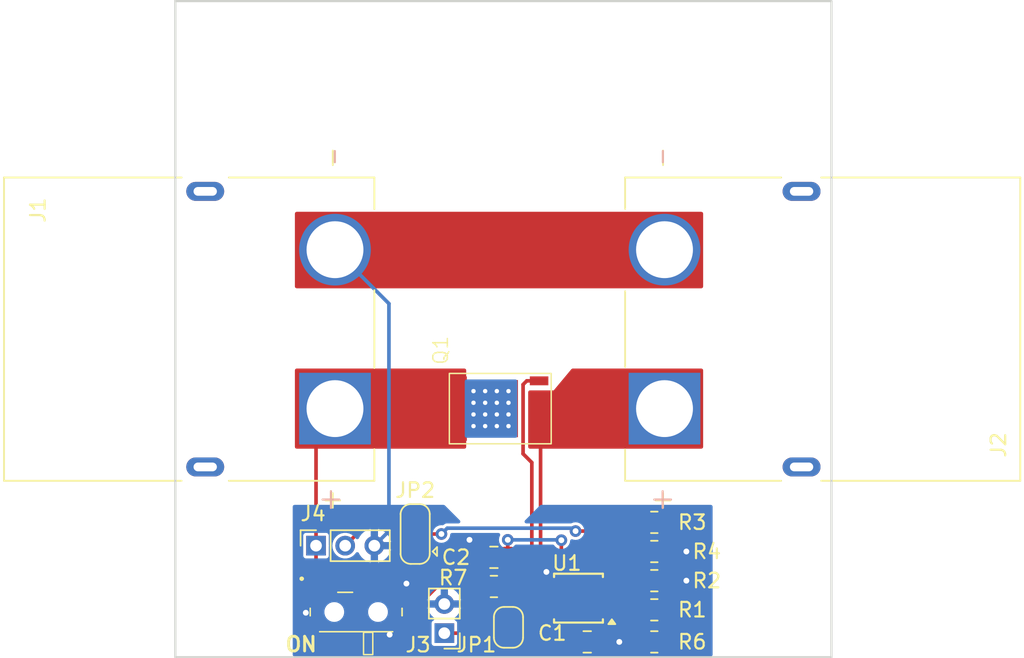
<source format=kicad_pcb>
(kicad_pcb (version 20221018) (generator pcbnew)
  (layers (0 "F.Cu" signal) (31 "B.Cu" signal) (34 "B.Paste" user) (35 "F.Paste" user) (36 "B.SilkS" user "B.Silkscreen") (37 "F.SilkS" user "F.Silkscreen") (38 "B.Mask" user) (39 "F.Mask" user) (44 "Edge.Cuts" user))
  (net 0 "")
  (net 1 "+BATT")
  (net 2 "GND")
  (net 3 "Net-(U1-TIMER)")
  (net 4 "Net-(J2-POS)")
  (net 5 "Net-(J3-Pin_1)")
  (net 6 "Net-(JP1-B)")
  (net 7 "Net-(Q1-G)")
  (net 8 "Net-(U1-OVP)")
  (net 9 "Net-(U1-UVLO)")
  (net 10 "Net-(J4-Pin_2)")
  (net 11 "Net-(U1-SENSE)")
  (net 12 "Net-(JP2-A)")
  (net 13 "Net-(JP2-C)")
  (footprint "Connector_PinHeader_2.00mm:PinHeader_1x02_P2.00mm_Vertical" (layer "F.Cu") (at 189 94.4 180)
    (fp_text reference "J3" (at 1.8 -0.8 180) (layer "F.SilkS"))
    (fp_text value "Conn_01x02_Pin" hide)
    (fp_line (start -1.06 -1.06) (end 0 -1.06) (stroke (width 0.12)) (layer "F.SilkS"))
    (fp_line (start -1.06 0) (end -1.06 -1.06) (stroke (width 0.12)) (layer "F.SilkS"))
    (fp_line (start -1.06 1) (end -1.06 3.06) (stroke (width 0.12)) (layer "F.SilkS"))
    (fp_line (start -1.06 1) (end 1.06 1) (stroke (width 0.12)) (layer "F.SilkS"))
    (fp_line (start -1.06 3.06) (end 1.06 3.06) (stroke (width 0.12)) (layer "F.SilkS"))
    (fp_line (start 1.06 1) (end 1.06 3.06) (stroke (width 0.12)) (layer "F.SilkS"))
    (pad "1" thru_hole rect (at 0 0 180) (size 1.35 1.35) (drill 0.8) (layers "*.Cu" "*.Mask") (net 5 "Net-(J3-Pin_1)"))
    (pad "2" thru_hole oval (at 0 2 180) (size 1.35 1.35) (drill 0.8) (layers "*.Cu" "*.Mask") (net 2 "GND"))
  )
  (footprint "Package_SO:MSOP-10_3x3mm_P0.5mm" (layer "F.Cu") (at 198.2 92 180)
    (fp_text reference "U1" (at 0.8 2.4) (layer "F.SilkS"))
    (fp_text value "LM5060")
    (fp_line (start -1.675 -1.675) (end -1.675 -1.45) (stroke (width 0.15)) (layer "F.SilkS"))
    (fp_line (start -1.675 -1.675) (end 1.675 -1.675) (stroke (width 0.15)) (layer "F.SilkS"))
    (fp_line (start -1.675 1.45) (end -1.675 1.675) (stroke (width 0.15)) (layer "F.SilkS"))
    (fp_line (start -1.675 1.675) (end 1.675 1.675) (stroke (width 0.15)) (layer "F.SilkS"))
    (fp_line (start 1.675 -1.675) (end 1.675 -1.45) (stroke (width 0.15)) (layer "F.SilkS"))
    (fp_line (start 1.675 1.675) (end 1.675 1.45) (stroke (width 0.15)) (layer "F.SilkS"))
    (fp_poly (pts (xy -2.2875 -1.45) (xy -2.5275 -1.78) (xy -2.0475 -1.78) (xy -2.2875 -1.45)) (stroke (width 0.12)) (fill solid) (layer "F.SilkS"))
    (pad "1" smd rect (at -2.2 -1 180) (size 1.4 0.3) (layers "F.Cu" "F.Paste" "F.Mask") (net 11 "Net-(U1-SENSE)"))
    (pad "2" smd rect (at -2.2 -0.5 180) (size 1.4 0.3) (layers "F.Cu" "F.Paste" "F.Mask") (net 1 "+BATT"))
    (pad "3" smd rect (at -2.2 0 180) (size 1.4 0.3) (layers "F.Cu" "F.Paste" "F.Mask") (net 8 "Net-(U1-OVP)"))
    (pad "4" smd rect (at -2.2 0.5 180) (size 1.4 0.3) (layers "F.Cu" "F.Paste" "F.Mask") (net 9 "Net-(U1-UVLO)"))
    (pad "5" smd rect (at -2.2 1 180) (size 1.4 0.3) (layers "F.Cu" "F.Paste" "F.Mask") (net 13 "Net-(JP2-C)"))
    (pad "6" smd rect (at 2.2 1 180) (size 1.4 0.3) (layers "F.Cu" "F.Paste" "F.Mask") (net 2 "GND"))
    (pad "7" smd rect (at 2.2 0.5 180) (size 1.4 0.3) (layers "F.Cu" "F.Paste" "F.Mask") (net 3 "Net-(U1-TIMER)"))
    (pad "8" smd rect (at 2.2 0 180) (size 1.4 0.3) (layers "F.Cu" "F.Paste" "F.Mask") (net 5 "Net-(J3-Pin_1)"))
    (pad "9" smd rect (at 2.2 -0.5 180) (size 1.4 0.3) (layers "F.Cu" "F.Paste" "F.Mask") (net 4 "Net-(J2-POS)"))
    (pad "10" smd rect (at 2.2 -1 180) (size 1.4 0.3) (layers "F.Cu" "F.Paste" "F.Mask") (net 7 "Net-(Q1-G)"))
  )
  (footprint "Components:PowerDI5060-8 (Type K)" (layer "F.Cu") (at 189.471 81.159 90)
    (fp_text reference "Q1" (at 6.159 -0.721 90 unlocked) (layer "F.SilkS") (effects (font (thickness 0.1))))
    (fp_text value "DMTH8003SPS-13" hide)
    (fp_rect (start -0.254 -0.127) (end 4.572 6.858) (stroke (width 0.1)) (fill none) (layer "F.SilkS"))
    (pad "1" smd rect locked (at 0.254 6.027 90) (size 0.61 1.27) (layers "F.Cu" "F.Paste" "F.Mask") (net 4 "Net-(J2-POS)"))
    (pad "2" smd rect locked (at 1.524 6.027 90) (size 0.61 1.27) (layers "F.Cu" "F.Paste" "F.Mask") (net 4 "Net-(J2-POS)"))
    (pad "3" smd rect locked (at 2.794 6.027 90) (size 0.61 1.27) (layers "F.Cu" "F.Paste" "F.Mask") (net 4 "Net-(J2-POS)"))
    (pad "4" smd rect locked (at 4.064 6.027 90) (size 0.61 1.27) (layers "F.Cu" "F.Paste" "F.Mask") (net 7 "Net-(Q1-G)"))
    (pad "5" smd custom locked (at 4.064 0.562 90) (size 0.61 1.02) (layers "F.Cu" "F.Paste" "F.Mask") (net 1 "+BATT") (options (clearance outline) (anchor rect)) (primitives (gr_rect (start -3.86 0.2) (end 0.05 4.01) (width 0.01) (fill yes))))
    (pad "6" smd rect locked (at 2.794 0.562 90) (size 0.61 1.02) (layers "F.Cu" "F.Paste" "F.Mask") (net 1 "+BATT"))
    (pad "7" smd rect locked (at 1.524 0.562 90) (size 0.61 1.02) (layers "F.Cu" "F.Paste" "F.Mask") (net 1 "+BATT"))
    (pad "8" smd rect locked (at 0.254 0.562 90) (size 0.61 1.02) (layers "F.Cu" "F.Paste" "F.Mask") (net 1 "+BATT"))
  )
  (footprint "Resistor_SMD:R_0805_2012Metric" (layer "F.Cu") (at 203.4 95 180)
    (fp_text reference "R6" (at -2.6 0) (layer "F.SilkS"))
    (fp_text value "75k")
    (fp_line (start -0.227064 -0.735) (end 0.227064 -0.735) (stroke (width 0.12)) (layer "F.SilkS"))
    (fp_line (start -0.227064 0.735) (end 0.227064 0.735) (stroke (width 0.12)) (layer "F.SilkS"))
    (pad "1" smd roundrect (at -0.9125 0 180) (size 1.025 1.4) (layers "F.Cu" "F.Paste" "F.Mask") (roundrect_rratio 0.243902439) (net 1 "+BATT"))
    (pad "2" smd roundrect (at 0.9125 0 180) (size 1.025 1.4) (layers "F.Cu" "F.Paste" "F.Mask") (roundrect_rratio 0.243902439) (net 11 "Net-(U1-SENSE)"))
  )
  (footprint "Capacitor_SMD:C_0805_2012Metric" (layer "F.Cu") (at 198.8 95)
    (fp_text reference "C1" (at -2.4 -0.6) (layer "F.SilkS"))
    (fp_text value "0.1u" hide)
    (fp_line (start -0.261252 -0.735) (end 0.261252 -0.735) (stroke (width 0.12)) (layer "F.SilkS"))
    (fp_line (start -0.261252 0.735) (end 0.261252 0.735) (stroke (width 0.12)) (layer "F.SilkS"))
    (pad "1" smd roundrect (at -0.95 0) (size 1 1.45) (layers "F.Cu" "F.Paste" "F.Mask") (net 1 "+BATT"))
    (pad "2" smd roundrect (at 0.95 0) (size 1 1.45) (layers "F.Cu" "F.Paste" "F.Mask") (net 2 "GND"))
  )
  (footprint "Capacitor_SMD:C_0805_2012Metric" (layer "F.Cu") (at 192.4 89.2 180)
    (fp_text reference "C2" (at 2.6 0) (layer "F.SilkS"))
    (fp_text value "68nF" hide)
    (fp_line (start -0.261252 -0.735) (end 0.261252 -0.735) (stroke (width 0.12)) (layer "F.SilkS"))
    (fp_line (start -0.261252 0.735) (end 0.261252 0.735) (stroke (width 0.12)) (layer "F.SilkS"))
    (pad "1" smd roundrect (at -0.95 0 180) (size 1 1.45) (layers "F.Cu" "F.Paste" "F.Mask") (net 3 "Net-(U1-TIMER)"))
    (pad "2" smd roundrect (at 0.95 0 180) (size 1 1.45) (layers "F.Cu" "F.Paste" "F.Mask") (net 2 "GND"))
  )
  (footprint "MountingHole:MountingHole_2.2mm_M2" (layer "F.Cu") (at 192.25 84.25)
    (fp_text reference "REF**" hide)
    (fp_text value "MountingHole_2.2mm_M2" hide)
    (pad "" np_thru_hole circle (at 0 0) (size 2.2 2.2) (drill 2.2) (layers "*.Cu" "*.Mask"))
  )
  (footprint "MountingHole:MountingHole_3.2mm_M3" (layer "F.Cu") (at 174.5 92)
    (fp_text reference "REF**" hide)
    (fp_text value "MountingHole_3.2mm_M3" hide)
    (pad "" np_thru_hole circle (at 0 0) (size 3.2 3.2) (drill 3.2) (layers "F&B.Cu" "*.Mask"))
  )
  (footprint "Jumper:SolderJumper-3_P1.3mm_Bridged12_RoundedPad1.0x1.5mm" (layer "F.Cu") (at 187 87.6 90)
    (fp_text reference "JP2" (at 3 0) (layer "F.SilkS"))
    (fp_text value "Jumper_3_Bridged12" hide)
    (fp_poly (pts (xy -0.9 -0.3) (xy -0.4 -0.3) (xy -0.4 0.3) (xy -0.9 0.3)) (fill solid) (layer "F.Cu"))
    (fp_line (start -2.05 0.3) (end -2.05 -0.3) (stroke (width 0.12)) (layer "F.SilkS"))
    (fp_line (start -1.5 1.5) (end -0.9 1.5) (stroke (width 0.12)) (layer "F.SilkS"))
    (fp_line (start -1.4 -1) (end 1.4 -1) (stroke (width 0.12)) (layer "F.SilkS"))
    (fp_line (start -1.2 1.2) (end -1.5 1.5) (stroke (width 0.12)) (layer "F.SilkS"))
    (fp_line (start -1.2 1.2) (end -0.9 1.5) (stroke (width 0.12)) (layer "F.SilkS"))
    (fp_line (start 1.4 1) (end -1.4 1) (stroke (width 0.12)) (layer "F.SilkS"))
    (fp_line (start 2.05 -0.3) (end 2.05 0.3) (stroke (width 0.12)) (layer "F.SilkS"))
    (fp_arc (start -2.05 -0.3) (mid -1.844975 -0.794975) (end -1.35 -1) (stroke (width 0.12)) (layer "F.SilkS"))
    (fp_arc (start -1.35 1) (mid -1.844975 0.794975) (end -2.05 0.3) (stroke (width 0.12)) (layer "F.SilkS"))
    (fp_arc (start 1.35 -1) (mid 1.844975 -0.794975) (end 2.05 -0.3) (stroke (width 0.12)) (layer "F.SilkS"))
    (fp_arc (start 2.05 0.3) (mid 1.844975 0.794975) (end 1.35 1) (stroke (width 0.12)) (layer "F.SilkS"))
    (pad "1" smd custom (at -1.3 0 90) (size 1 0.5) (layers "F.Cu" "F.Mask") (net 12 "Net-(JP2-A)") (options (clearance outline) (anchor rect)) (primitives (gr_circle (center 0 0.25) (end 0.5 0.25) (width 0) (fill yes)) (gr_circle (center 0 -0.25) (end 0.5 -0.25) (width 0) (fill yes)) (gr_poly (pts (xy 0.55 0.75) (xy 0 0.75) (xy 0 -0.75) (xy 0.55 -0.75)) (width 0) (fill yes))))
    (pad "2" smd rect (at 0 0 90) (size 1 1.5) (layers "F.Cu" "F.Mask") (net 13 "Net-(JP2-C)"))
    (pad "3" smd custom (at 1.3 0 90) (size 1 0.5) (layers "F.Cu" "F.Mask") (net 10 "Net-(J4-Pin_2)") (options (clearance outline) (anchor rect)) (primitives (gr_circle (center 0 0.25) (end 0.5 0.25) (width 0) (fill yes)) (gr_circle (center 0 -0.25) (end 0.5 -0.25) (width 0) (fill yes)) (gr_poly (pts (xy 0 0.75) (xy -0.55 0.75) (xy -0.55 -0.75) (xy 0 -0.75)) (width 0) (fill yes))))
  )
  (footprint "MountingHole:MountingHole_3.2mm_M3" (layer "F.Cu") (at 211.5 92)
    (fp_text reference "REF**" hide)
    (fp_text value "MountingHole_3.2mm_M3" hide)
    (pad "" np_thru_hole circle (at 0 0) (size 3.2 3.2) (drill 3.2) (layers "*.Cu" "*.Mask"))
  )
  (footprint "Jumper:SolderJumper-2_P1.3mm_Bridged_RoundedPad1.0x1.5mm" (layer "F.Cu") (at 193.4 94 90)
    (fp_text reference "JP1" (at -1.2 -2.2 180) (layer "F.SilkS"))
    (fp_text value "SolderJumper_2_Bridged" hide)
    (fp_poly (pts (xy 0.25 -0.3) (xy -0.25 -0.3) (xy -0.25 0.3) (xy 0.25 0.3)) (fill solid) (layer "F.Cu"))
    (fp_line (start -1.4 0.3) (end -1.4 -0.3) (stroke (width 0.12)) (layer "F.SilkS"))
    (fp_line (start -0.7 -1) (end 0.7 -1) (stroke (width 0.12)) (layer "F.SilkS"))
    (fp_line (start 0.7 1) (end -0.7 1) (stroke (width 0.12)) (layer "F.SilkS"))
    (fp_line (start 1.4 -0.3) (end 1.4 0.3) (stroke (width 0.12)) (layer "F.SilkS"))
    (fp_arc (start -1.4 -0.3) (mid -1.194975 -0.794975) (end -0.7 -1) (stroke (width 0.12)) (layer "F.SilkS"))
    (fp_arc (start -0.7 1) (mid -1.194975 0.794975) (end -1.4 0.3) (stroke (width 0.12)) (layer "F.SilkS"))
    (fp_arc (start 0.7 -1) (mid 1.194975 -0.794975) (end 1.4 -0.3) (stroke (width 0.12)) (layer "F.SilkS"))
    (fp_arc (start 1.4 0.3) (mid 1.194975 0.794975) (end 0.7 1) (stroke (width 0.12)) (layer "F.SilkS"))
    (pad "1" smd custom (at -0.65 0 90) (size 1 0.5) (layers "F.Cu" "F.Mask") (net 5 "Net-(J3-Pin_1)") (options (clearance outline) (anchor rect)) (primitives (gr_circle (center 0 0.25) (end 0.5 0.25) (width 0) (fill yes)) (gr_circle (center 0 -0.25) (end 0.5 -0.25) (width 0) (fill yes)) (gr_poly (pts (xy 0.5 0.75) (xy 0 0.75) (xy 0 -0.75) (xy 0.5 -0.75)) (width 0) (fill yes))))
    (pad "2" smd custom (at 0.65 0 90) (size 1 0.5) (layers "F.Cu" "F.Mask") (net 6 "Net-(JP1-B)") (options (clearance outline) (anchor rect)) (primitives (gr_circle (center 0 0.25) (end 0.5 0.25) (width 0) (fill yes)) (gr_circle (center 0 -0.25) (end 0.5 -0.25) (width 0) (fill yes)) (gr_poly (pts (xy 0 0.75) (xy -0.5 0.75) (xy -0.5 -0.75) (xy 0 -0.75)) (width 0) (fill yes))))
  )
  (footprint "MountingHole:MountingHole_3.2mm_M3" (layer "F.Cu") (at 211.5 55)
    (fp_text reference "REF**" hide)
    (fp_text value "MountingHole_3.2mm_M3" hide)
    (pad "" np_thru_hole circle (at 0 0) (size 3.2 3.2) (drill 3.2) (layers "F&B.Cu" "*.Mask"))
  )
  (footprint "MountingHole:MountingHole_2.2mm_M2" (layer "F.Cu") (at 192.25 73.5)
    (fp_text reference "REF**" hide)
    (fp_text value "MountingHole_2.2mm_M2" hide)
    (pad "" np_thru_hole circle (at 0 0) (size 2.2 2.2) (drill 2.2) (layers "F&B.Cu" "*.Mask"))
  )
  (footprint "Resistor_SMD:R_0805_2012Metric" (layer "F.Cu") (at 203.4 92.8 180)
    (fp_text reference "R1" (at -2.6 0) (layer "F.SilkS"))
    (fp_text value "R" hide)
    (fp_line (start -0.227064 -0.735) (end 0.227064 -0.735) (stroke (width 0.12)) (layer "F.SilkS"))
    (fp_line (start -0.227064 0.735) (end 0.227064 0.735) (stroke (width 0.12)) (layer "F.SilkS"))
    (pad "1" smd roundrect (at -0.9125 0 180) (size 1.025 1.4) (layers "F.Cu" "F.Paste" "F.Mask") (roundrect_rratio 0.243902439) (net 1 "+BATT"))
    (pad "2" smd roundrect (at 0.9125 0 180) (size 1.025 1.4) (layers "F.Cu" "F.Paste" "F.Mask") (roundrect_rratio 0.243902439) (net 8 "Net-(U1-OVP)"))
  )
  (footprint "Resistor_SMD:R_0805_2012Metric" (layer "F.Cu") (at 192.4 91.2)
    (fp_text reference "R7" (at -2.8 -0.6) (layer "F.SilkS"))
    (fp_text value "10k")
    (fp_line (start -0.227064 -0.735) (end 0.227064 -0.735) (stroke (width 0.12)) (layer "F.SilkS"))
    (fp_line (start -0.227064 0.735) (end 0.227064 0.735) (stroke (width 0.12)) (layer "F.SilkS"))
    (pad "1" smd roundrect (at -0.9125 0) (size 1.025 1.4) (layers "F.Cu" "F.Paste" "F.Mask") (roundrect_rratio 0.243902439) (net 1 "+BATT"))
    (pad "2" smd roundrect (at 0.9125 0) (size 1.025 1.4) (layers "F.Cu" "F.Paste" "F.Mask") (roundrect_rratio 0.243902439) (net 6 "Net-(JP1-B)"))
  )
  (footprint "Resistor_SMD:R_0805_2012Metric" (layer "F.Cu") (at 203.4 86.8 180)
    (fp_text reference "R3" (at -2.6 0) (layer "F.SilkS"))
    (fp_text value "R" hide)
    (fp_line (start -0.227064 -0.735) (end 0.227064 -0.735) (stroke (width 0.12)) (layer "F.SilkS"))
    (fp_line (start -0.227064 0.735) (end 0.227064 0.735) (stroke (width 0.12)) (layer "F.SilkS"))
    (pad "1" smd roundrect (at -0.9125 0 180) (size 1.025 1.4) (layers "F.Cu" "F.Paste" "F.Mask") (roundrect_rratio 0.243902439) (net 1 "+BATT"))
    (pad "2" smd roundrect (at 0.9125 0 180) (size 1.025 1.4) (layers "F.Cu" "F.Paste" "F.Mask") (roundrect_rratio 0.243902439) (net 9 "Net-(U1-UVLO)"))
  )
  (footprint "Resistor_SMD:R_0805_2012Metric" (layer "F.Cu") (at 203.4 90.8)
    (fp_text reference "R2" (at 3.6 0) (layer "F.SilkS"))
    (fp_text value "R" hide)
    (fp_line (start -0.227064 -0.735) (end 0.227064 -0.735) (stroke (width 0.12)) (layer "F.SilkS"))
    (fp_line (start -0.227064 0.735) (end 0.227064 0.735) (stroke (width 0.12)) (layer "F.SilkS"))
    (pad "1" smd roundrect (at -0.9125 0) (size 1.025 1.4) (layers "F.Cu" "F.Paste" "F.Mask") (roundrect_rratio 0.243902439) (net 8 "Net-(U1-OVP)"))
    (pad "2" smd roundrect (at 0.9125 0) (size 1.025 1.4) (layers "F.Cu" "F.Paste" "F.Mask") (roundrect_rratio 0.243902439) (net 2 "GND"))
  )
  (footprint "XT90PW-F:AMASS_XT90PW-F" (layer "F.Cu") (at 172.6 73.55 -90)
    (fp_text reference "J1" (at -8.1585 11.47 90) (layer "F.SilkS"))
    (fp_text value "XT90PW-F")
    (fp_line (start -11.25 -8.75) (end -12.25 -8.75) (stroke (width 0.127)) (layer "F.SilkS"))
    (fp_line (start -10.4 -11.6) (end -10.4 -1.62) (stroke (width 0.127)) (layer "F.SilkS"))
    (fp_line (start -10.4 -11.6) (end -8.228 -11.6) (stroke (width 0.127)) (layer "F.SilkS"))
    (fp_line (start -10.4 13.8) (end -10.4 1.62) (stroke (width 0.127)) (layer "F.SilkS"))
    (fp_line (start 2.672 -11.6) (end -2.672 -11.6) (stroke (width 0.127)) (layer "F.SilkS"))
    (fp_line (start 8.228 -11.6) (end 10.4 -11.6) (stroke (width 0.127)) (layer "F.SilkS"))
    (fp_line (start 10.4 -11.6) (end 10.4 -1.62) (stroke (width 0.127)) (layer "F.SilkS"))
    (fp_line (start 10.4 1.62) (end 10.4 13.8) (stroke (width 0.127)) (layer "F.SilkS"))
    (fp_line (start 10.4 13.8) (end -10.4 13.8) (stroke (width 0.127)) (layer "F.SilkS"))
    (fp_line (start 11.25 -8.75) (end 12.25 -8.75) (stroke (width 0.127)) (layer "F.SilkS"))
    (fp_line (start 11.75 -8.25) (end 11.75 -9.25) (stroke (width 0.127)) (layer "F.SilkS"))
    (pad "N" thru_hole circle locked (at -5.45 -8.9 270) (size 4.916 4.916) (drill 3.9) (layers "*.Cu" "*.Mask") (net 2 "GND"))
    (pad "P" thru_hole rect locked (at 5.45 -8.9 270) (size 4.916 4.916) (drill 3.9) (layers "*.Cu" "*.Mask") (net 1 "+BATT"))
    (pad "S1" thru_hole oval locked (at 9.45 0 270) (size 1.3 2.6) (drill oval 0.6 1.6) (layers "*.Cu" "*.Mask"))
    (pad "S2" thru_hole oval locked (at -9.45 0 270) (size 1.3 2.6) (drill oval 0.6 1.6) (layers "*.Cu" "*.Mask"))
  )
  (footprint "MountingHole:MountingHole_3.2mm_M3" (layer "F.Cu") (at 174.5 55)
    (fp_text reference "REF**" hide)
    (fp_text value "MountingHole_3.2mm_M3" hide)
    (pad "" np_thru_hole circle (at 0 0) (size 3.2 3.2) (drill 3.2) (layers "F&B.Cu" "*.Mask"))
  )
  (footprint "LIB_MSK12C02:MSK12C02" (layer "F.Cu") (at 182.95 92.95)
    (fp_text reference "SW1" hide)
    (fp_text value "MSK12C02" hide)
    (fp_line (start -3.783 -2.286) (end -3.783 -2.286) (stroke (width 0.2)) (layer "F.SilkS"))
    (fp_line (start -3.783 -2.286) (end -3.783 -2.286) (stroke (width 0.2)) (layer "F.SilkS"))
    (fp_line (start -3.683 -2.286) (end -3.683 -2.286) (stroke (width 0.2)) (layer "F.SilkS"))
    (fp_line (start -3.15 -0.25) (end -3.15 -0.25) (stroke (width 0.1)) (layer "F.SilkS"))
    (fp_line (start -3.15 -0.25) (end -3.15 0.25) (stroke (width 0.1)) (layer "F.SilkS"))
    (fp_line (start -3.15 0.25) (end -3.15 -0.25) (stroke (width 0.1)) (layer "F.SilkS"))
    (fp_line (start -3.15 0.25) (end -3.15 0.25) (stroke (width 0.1)) (layer "F.SilkS"))
    (fp_line (start -2.5 1.35) (end -2.5 1.35) (stroke (width 0.1)) (layer "F.SilkS"))
    (fp_line (start -2.5 1.35) (end 2.5 1.35) (stroke (width 0.1)) (layer "F.SilkS"))
    (fp_line (start -1.25 -1.35) (end -1.25 -1.35) (stroke (width 0.1)) (layer "F.SilkS"))
    (fp_line (start -1.25 -1.35) (end -0.25 -1.35) (stroke (width 0.1)) (layer "F.SilkS"))
    (fp_line (start -0.25 -1.35) (end -1.25 -1.35) (stroke (width 0.1)) (layer "F.SilkS"))
    (fp_line (start -0.25 -1.35) (end -0.25 -1.35) (stroke (width 0.1)) (layer "F.SilkS"))
    (fp_line (start 2.5 1.35) (end -2.5 1.35) (stroke (width 0.1)) (layer "F.SilkS"))
    (fp_line (start 2.5 1.35) (end 2.5 1.35) (stroke (width 0.1)) (layer "F.SilkS"))
    (fp_line (start 3.15 -0.25) (end 3.15 -0.25) (stroke (width 0.1)) (layer "F.SilkS"))
    (fp_line (start 3.15 -0.25) (end 3.15 0.25) (stroke (width 0.1)) (layer "F.SilkS"))
    (fp_line (start 3.15 0.25) (end 3.15 -0.25) (stroke (width 0.1)) (layer "F.SilkS"))
    (fp_line (start 3.15 0.25) (end 3.15 0.25) (stroke (width 0.1)) (layer "F.SilkS"))
    (fp_rect (start 0.508 1.397) (end 1.143 2.921) (stroke (width 0.1)) (fill none) (layer "F.SilkS"))
    (fp_arc (start -3.783 -2.286) (mid -3.733 -2.336) (end -3.683 -2.286) (stroke (width 0.2)) (layer "F.SilkS"))
    (fp_arc (start -3.683 -2.286) (mid -3.733 -2.236) (end -3.783 -2.286) (stroke (width 0.2)) (layer "F.SilkS"))
    (fp_arc (start -3.683 -2.286) (mid -3.733 -2.236) (end -3.783 -2.286) (stroke (width 0.2)) (layer "F.SilkS"))
    (pad "" np_thru_hole circle (at -1.5 0) (size 0.85 0.85) (drill 0.85) (layers "*.Cu" "*.Mask"))
    (pad "" np_thru_hole circle (at 1.5 0) (size 0.85 0.85) (drill 0.85) (layers "*.Cu" "*.Mask"))
    (pad "1" smd rect (at -2.25 -1.85) (size 0.5 1) (layers "F.Cu" "F.Paste" "F.Mask") (net 1 "+BATT"))
    (pad "2" smd rect (at 0.75 -1.85) (size 0.5 1) (layers "F.Cu" "F.Paste" "F.Mask") (net 12 "Net-(JP2-A)"))
    (pad "3" smd rect (at 2.25 -1.85) (size 0.5 1) (layers "F.Cu" "F.Paste" "F.Mask") (net 2 "GND"))
    (pad "4" smd rect (at -3.45 -1.05 90) (size 0.5 0.8) (layers "F.Cu" "F.Paste" "F.Mask") (net 2 "GND"))
    (pad "4" smd rect (at -3.45 1.05 90) (size 0.5 0.8) (layers "F.Cu" "F.Paste" "F.Mask") (net 2 "GND"))
    (pad "4" smd rect (at 3.45 -1.05 90) (size 0.5 0.8) (layers "F.Cu" "F.Paste" "F.Mask") (net 2 "GND"))
    (pad "4" smd rect (at 3.45 1.05 90) (size 0.5 0.8) (layers "F.Cu" "F.Paste" "F.Mask") (net 2 "GND"))
  )
  (footprint "Connector_PinSocket_2.00mm:PinSocket_1x03_P2.00mm_Vertical" (layer "F.Cu") (at 180.2 88.4 90)
    (fp_text reference "J4" (at 2.2 -0.2 180) (layer "F.SilkS"))
    (fp_text value "Conn_01x03_Socket" hide)
    (fp_line (start -1.06 1) (end -1.06 5.06) (stroke (width 0.12)) (layer "F.SilkS"))
    (fp_line (start -1.06 1) (end 1.06 1) (stroke (width 0.12)) (layer "F.SilkS"))
    (fp_line (start -1.06 5.06) (end 1.06 5.06) (stroke (width 0.12)) (layer "F.SilkS"))
    (fp_line (start 0 -1.06) (end 1.06 -1.06) (stroke (width 0.12)) (layer "F.SilkS"))
    (fp_line (start 1.06 -1.06) (end 1.06 0) (stroke (width 0.12)) (layer "F.SilkS"))
    (fp_line (start 1.06 1) (end 1.06 5.06) (stroke (width 0.12)) (layer "F.SilkS"))
    (pad "1" thru_hole rect (at 0 0 90) (size 1.35 1.35) (drill 0.8) (layers "*.Cu" "*.Mask") (net 1 "+BATT"))
    (pad "2" thru_hole oval (at 0 2 90) (size 1.35 1.35) (drill 0.8) (layers "*.Cu" "*.Mask") (net 10 "Net-(J4-Pin_2)"))
    (pad "3" thru_hole oval (at 0 4 90) (size 1.35 1.35) (drill 0.8) (layers "*.Cu" "*.Mask") (net 2 "GND"))
  )
  (footprint "XT90PW-M:AMASS_XT90PW-M" (layer "F.Cu") (at 213.5 73.55 90)
    (fp_text reference "J2" (at -7.9385 13.51 90) (layer "F.SilkS"))
    (fp_text value "XT90PW-M")
    (fp_line (start -11.75 -9) (end -11.75 -10) (stroke (width 0.127)) (layer "F.SilkS"))
    (fp_line (start -11.25 -9.5) (end -12.25 -9.5) (stroke (width 0.127)) (layer "F.SilkS"))
    (fp_line (start -10.4 -12.1) (end -10.4 -1.4) (stroke (width 0.127)) (layer "F.SilkS"))
    (fp_line (start -10.4 1.35) (end -10.4 15) (stroke (width 0.127)) (layer "F.SilkS"))
    (fp_line (start -10.4 15) (end 10.4 15) (stroke (width 0.127)) (layer "F.SilkS"))
    (fp_line (start -8.25 -12.1) (end -10.4 -12.1) (stroke (width 0.127)) (layer "F.SilkS"))
    (fp_line (start -2.6 -12.1) (end 2.6 -12.1) (stroke (width 0.127)) (layer "F.SilkS"))
    (fp_line (start 10.4 -12.1) (end 8.25 -12.1) (stroke (width 0.127)) (layer "F.SilkS"))
    (fp_line (start 10.4 -1.4) (end 10.4 -12.1) (stroke (width 0.127)) (layer "F.SilkS"))
    (fp_line (start 10.4 15) (end 10.4 1.35) (stroke (width 0.127)) (layer "F.SilkS"))
    (fp_line (start 11.25 -9.5) (end 12.25 -9.5) (stroke (width 0.127)) (layer "F.SilkS"))
    (pad "N" thru_hole circle locked (at 5.45 -9.4 90) (size 4.916 4.916) (drill 3.9) (layers "*.Cu" "*.Mask") (net 2 "GND"))
    (pad "P" thru_hole rect locked (at -5.45 -9.4 90) (size 4.916 4.916) (drill 3.9) (layers "*.Cu" "*.Mask") (net 4 "Net-(J2-POS)"))
    (pad "S1" thru_hole oval locked (at -9.45 0 90) (size 1.3 2.6) (drill oval 0.6 1.6) (layers "*.Cu" "*.Mask"))
    (pad "S2" thru_hole oval locked (at 9.45 0 90) (size 1.3 2.6) (drill oval 0.6 1.6) (layers "*.Cu" "*.Mask"))
  )
  (footprint "Resistor_SMD:R_0805_2012Metric" (layer "F.Cu") (at 203.4 88.8)
    (fp_text reference "R4" (at 3.6 0) (layer "F.SilkS"))
    (fp_text value "R" hide)
    (fp_line (start -0.227064 -0.735) (end 0.227064 -0.735) (stroke (width 0.12)) (layer "F.SilkS"))
    (fp_line (start -0.227064 0.735) (end 0.227064 0.735) (stroke (width 0.12)) (layer "F.SilkS"))
    (pad "1" smd roundrect (at -0.9125 0) (size 1.025 1.4) (layers "F.Cu" "F.Paste" "F.Mask") (roundrect_rratio 0.243902439) (net 9 "Net-(U1-UVLO)"))
    (pad "2" smd roundrect (at 0.9125 0) (size 1.025 1.4) (layers "F.Cu" "F.Paste" "F.Mask") (roundrect_rratio 0.243902439) (net 2 "GND"))
  )
  (gr_rect (start 170.55 51.05) (end 215.55 96.05) (stroke (width 0.15)) (fill none) (layer "Edge.Cuts"))
  (gr_text "-" (at 204.5 61 90) (layer "B.SilkS") (effects (font (size 1 1)) (justify left bottom mirror)))
  (gr_text "+" (at 205 86) (layer "B.SilkS") (effects (font (size 1.5 1.5)) (justify left bottom mirror)))
  (gr_text "-" (at 182 61 90) (layer "B.SilkS") (effects (font (size 1 1)) (justify left bottom mirror)))
  (gr_text "+" (at 182.25 86) (layer "B.SilkS") (effects (font (size 1.5 1.5)) (justify left bottom mirror)))
  (gr_text "ON" (at 178 95.75) (layer "F.SilkS") (effects (font (size 1 1) (thickness 0.2) bold) (justify left bottom)))
  (segment (start 180.25 91.55) (end 180.25 93.75) (width 0.25) (layer "F.Cu") (net 1))
  (segment (start 186.9625 92.75) (end 188.5125 91.2) (width 0.25) (layer "F.Cu") (net 1))
  (segment (start 206.4 87.8) (end 206.4 91.6) (width 0.25) (layer "F.Cu") (net 1))
  (segment (start 204.3125 92.8) (end 204.3125 94) (width 0.25) (layer "F.Cu") (net 1))
  (segment (start 206.4 91.6) (end 205.2 92.8) (width 0.25) (layer "F.Cu") (net 1))
  (segment (start 188.5125 91.2) (end 191.4875 91.2) (width 0.25) (layer "F.Cu") (net 1))
  (segment (start 180.25 93.75) (end 182 95.5) (width 0.25) (layer "F.Cu") (net 1))
  (segment (start 200.4 92.5) (end 201.4 92.5) (width 0.25) (layer "F.Cu") (net 1))
  (segment (start 201.65 93.4951) (end 202.1299 93.975) (width 0.25) (layer "F.Cu") (net 1))
  (segment (start 197.85 94.05) (end 199.4 92.5) (width 0.25) (layer "F.Cu") (net 1))
  (segment (start 205.2 92.8) (end 204.3125 92.8) (width 0.25) (layer "F.Cu") (net 1))
  (segment (start 180.7 91.1) (end 180.2 90.6) (width 0.25) (layer "F.Cu") (net 1))
  (segment (start 185.8625 92.75) (end 186.9625 92.75) (width 0.25) (layer "F.Cu") (net 1))
  (segment (start 181.5 79) (end 180.2 80.3) (width 0.25) (layer "F.Cu") (net 1))
  (segment (start 180.2 90.6) (end 180.2 88.4) (width 0.25) (layer "F.Cu") (net 1))
  (segment (start 205.4 86.8) (end 206.4 87.8) (width 0.25) (layer "F.Cu") (net 1))
  (segment (start 180.2 80.3) (end 180.2 88.4) (width 0.25) (layer "F.Cu") (net 1))
  (segment (start 181.275 91.925) (end 185.0375 91.925) (width 0.25) (layer "F.Cu") (net 1))
  (segment (start 197.85 95) (end 197.85 94.05) (width 0.25) (layer "F.Cu") (net 1))
  (segment (start 201.65 92.75) (end 201.65 93.4951) (width 0.25) (layer "F.Cu") (net 1))
  (segment (start 180.7 91.35) (end 181.275 91.925) (width 0.25) (layer "F.Cu") (net 1))
  (segment (start 182 95.5) (end 197.35 95.5) (width 0.25) (layer "F.Cu") (net 1))
  (segment (start 199.4 92.5) (end 200.4 92.5) (width 0.25) (layer "F.Cu") (net 1))
  (segment (start 202.1299 93.975) (end 204.2875 93.975) (width 0.25) (layer "F.Cu") (net 1))
  (segment (start 204.2875 93.975) (end 204.3125 94) (width 0.25) (layer "F.Cu") (net 1))
  (segment (start 204.3125 94) (end 204.3125 95) (width 0.25) (layer "F.Cu") (net 1))
  (segment (start 197.35 95.5) (end 197.85 95) (width 0.25) (layer "F.Cu") (net 1))
  (segment (start 201.4 92.5) (end 201.65 92.75) (width 0.25) (layer "F.Cu") (net 1))
  (segment (start 204.3125 86.8) (end 205.4 86.8) (width 0.25) (layer "F.Cu") (net 1))
  (segment (start 180.7 91.1) (end 180.7 91.35) (width 0.25) (layer "F.Cu") (net 1))
  (segment (start 185.0375 91.925) (end 185.8625 92.75) (width 0.25) (layer "F.Cu") (net 1))
  (segment (start 180.7 91.1) (end 180.25 91.55) (width 0.25) (layer "F.Cu") (net 1))
  (via (at 191.8 78.6) (size 0.6) (drill 0.3) (layers "F.Cu" "B.Cu") (net 1))
  (via (at 193.4 80.2) (size 0.6) (drill 0.3) (layers "F.Cu" "B.Cu") (net 1))
  (via (at 191 80.2) (size 0.6) (drill 0.3) (layers "F.Cu" "B.Cu") (net 1))
  (via (at 191.8 77.8) (size 0.6) (drill 0.3) (layers "F.Cu" "B.Cu") (net 1))
  (via (at 191.8 80.2) (size 0.6) (drill 0.3) (layers "F.Cu" "B.Cu") (net 1))
  (via (at 191 79.4) (size 0.6) (drill 0.3) (layers "F.Cu" "B.Cu") (net 1))
  (via (at 192.6 79.4) (size 0.6) (drill 0.3) (layers "F.Cu" "B.Cu") (net 1))
  (via (at 192.6 77.8) (size 0.6) (drill 0.3) (layers "F.Cu" "B.Cu") (net 1))
  (via (at 192.6 78.6) (size 0.6) (drill 0.3) (layers "F.Cu" "B.Cu") (net 1))
  (via (at 191 78.6) (size 0.6) (drill 0.3) (layers "F.Cu" "B.Cu") (net 1))
  (via (at 193.4 79.4) (size 0.6) (drill 0.3) (layers "F.Cu" "B.Cu") (net 1))
  (via (at 193.4 78.6) (size 0.6) (drill 0.3) (layers "F.Cu" "B.Cu") (net 1))
  (via (at 193.4 77.8) (size 0.6) (drill 0.3) (layers "F.Cu" "B.Cu") (net 1))
  (via (at 192.6 80.2) (size 0.6) (drill 0.3) (layers "F.Cu" "B.Cu") (net 1))
  (via (at 191.8 79.4) (size 0.6) (drill 0.3) (layers "F.Cu" "B.Cu") (net 1))
  (via (at 191 77.8) (size 0.6) (drill 0.3) (layers "F.Cu" "B.Cu") (net 1))
  (segment (start 179.5 93) (end 179.5 91.9) (width 0.25) (layer "F.Cu") (net 2))
  (segment (start 196 91) (end 196 90.2) (width 0.25) (layer "F.Cu") (net 2))
  (segment (start 179.5 94) (end 179.5 93) (width 0.25) (layer "F.Cu") (net 2))
  (segment (start 190.7245 88) (end 191.45 88.7255) (width 0.25) (layer "F.Cu") (net 2))
  (segment (start 186.4 94) (end 185.75 94) (width 0.25) (layer "F.Cu") (net 2))
  (segment (start 186.4 91) (end 185.3 91) (width 0.25) (layer "F.Cu") (net 2))
  (segment (start 191.45 88.7255) (end 191.45 89.2) (width 0.25) (layer "F.Cu") (net 2))
  (segment (start 186.4 91) (end 186.4 91.9) (width 0.25) (layer "F.Cu") (net 2))
  (segment (start 204.3125 88.8) (end 205.6 88.8) (width 0.25) (layer "F.Cu") (net 2))
  (segment (start 185.3 91) (end 185.2 91.1) (width 0.25) (layer "F.Cu") (net 2))
  (segment (start 204.3125 90.8) (end 205.6 90.8) (width 0.25) (layer "F.Cu") (net 2))
  (segment (start 185.75 94) (end 185.25 94.5) (width 0.25) (layer "F.Cu") (net 2))
  (segment (start 199.75 95) (end 201 95) (width 0.25) (layer "F.Cu") (net 2))
  (via (at 190.7245 88) (size 0.8) (drill 0.4) (layers "F.Cu" "B.Cu") (net 2))
  (via (at 205.6 88.8) (size 0.8) (drill 0.4) (layers "F.Cu" "B.Cu") (net 2))
  (via (at 186.4 91) (size 0.8) (drill 0.4) (layers "F.Cu" "B.Cu") (net 2))
  (via (at 205.6 90.8) (size 0.8) (drill 0.4) (layers "F.Cu" "B.Cu") (net 2))
  (via (at 185.25 94.5) (size 0.8) (drill 0.4) (layers "F.Cu" "B.Cu") (net 2))
  (via (at 179.5 93) (size 0.8) (drill 0.4) (layers "F.Cu" "B.Cu") (net 2))
  (via (at 201 95) (size 0.8) (drill 0.4) (layers "F.Cu" "B.Cu") (net 2))
  (via (at 196 90.2) (size 0.8) (drill 0.4) (layers "F.Cu" "B.Cu") (net 2))
  (segment (start 185.2 71.8) (end 185.2 87.4) (width 0.25) (layer "B.Cu") (net 2))
  (segment (start 185.2 87.4) (end 184.2 88.4) (width 0.25) (layer "B.Cu") (net 2))
  (segment (start 181.5 68.1) (end 185.2 71.8) (width 0.25) (layer "B.Cu") (net 2))
  (segment (start 197 91.5) (end 196 91.5) (width 0.25) (layer "F.Cu") (net 3))
  (segment (start 193.35 88) (end 193.35 89.2) (width 0.25) (layer "F.Cu") (net 3))
  (segment (start 197.025 88.025) (end 197.025 91.475) (width 0.25) (layer "F.Cu") (net 3))
  (segment (start 197.025 91.475) (end 197 91.5) (width 0.25) (layer "F.Cu") (net 3))
  (via (at 193.35 88) (size 0.8) (drill 0.4) (layers "F.Cu" "B.Cu") (net 3))
  (via (at 197.025 88.025) (size 0.8) (drill 0.4) (layers "F.Cu" "B.Cu") (net 3))
  (segment (start 197.025 88.025) (end 197 88) (width 0.25) (layer "B.Cu") (net 3))
  (segment (start 197 88) (end 193.35 88) (width 0.25) (layer "B.Cu") (net 3))
  (segment (start 194.85 92.35) (end 195 92.5) (width 0.25) (layer "F.Cu") (net 4))
  (segment (start 195.6 81.007) (end 195.6 89.2) (width 0.25) (layer "F.Cu") (net 4))
  (segment (start 195.6 89.2) (end 194.85 89.95) (width 0.25) (layer "F.Cu") (net 4))
  (segment (start 195.498 80.905) (end 195.6 81.007) (width 0.25) (layer "F.Cu") (net 4))
  (segment (start 194.85 89.95) (end 194.85 92.35) (width 0.25) (layer "F.Cu") (net 4))
  (segment (start 195 92.5) (end 196 92.5) (width 0.25) (layer "F.Cu") (net 4))
  (segment (start 197.2 92.2) (end 197.2 93.8) (width 0.25) (layer "F.Cu") (net 5))
  (segment (start 197 92) (end 197.2 92.2) (width 0.25) (layer "F.Cu") (net 5))
  (segment (start 196.35 94.65) (end 193.4 94.65) (width 0.25) (layer "F.Cu") (net 5))
  (segment (start 196 92) (end 197 92) (width 0.25) (layer "F.Cu") (net 5))
  (segment (start 193.15 94.4) (end 193.4 94.65) (width 0.25) (layer "F.Cu") (net 5))
  (segment (start 197.2 93.8) (end 196.35 94.65) (width 0.25) (layer "F.Cu") (net 5))
  (segment (start 189 94.4) (end 193.15 94.4) (width 0.25) (layer "F.Cu") (net 5))
  (segment (start 193.4 91.2875) (end 193.4 93.35) (width 0.25) (layer "F.Cu") (net 6))
  (segment (start 193.3125 91.2) (end 193.4 91.2875) (width 0.25) (layer "F.Cu") (net 6))
  (segment (start 194.4 82.1) (end 195 82.7) (width 0.25) (layer "F.Cu") (net 7))
  (segment (start 195 89) (end 194.4 89.6) (width 0.25) (layer "F.Cu") (net 7))
  (segment (start 194.4 92.6) (end 194.8 93) (width 0.25) (layer "F.Cu") (net 7))
  (segment (start 194.4 89.6) (end 194.4 92.6) (width 0.25) (layer "F.Cu") (net 7))
  (segment (start 194.655 77.095) (end 194.4 77.35) (width 0.25) (layer "F.Cu") (net 7))
  (segment (start 195.498 77.095) (end 194.655 77.095) (width 0.25) (layer "F.Cu") (net 7))
  (segment (start 194.8 93) (end 196 93) (width 0.25) (layer "F.Cu") (net 7))
  (segment (start 194.4 77.35) (end 194.4 82.1) (width 0.25) (layer "F.Cu") (net 7))
  (segment (start 195 82.7) (end 195 89) (width 0.25) (layer "F.Cu") (net 7))
  (segment (start 201.6875 92) (end 202.4875 92.8) (width 0.25) (layer "F.Cu") (net 8))
  (segment (start 200.4 92) (end 201.6875 92) (width 0.25) (layer "F.Cu") (net 8))
  (segment (start 202.4875 90.8) (end 202.4875 92.8) (width 0.25) (layer "F.Cu") (net 8))
  (segment (start 202.4875 86.8) (end 202.4875 88.8) (width 0.25) (layer "F.Cu") (net 9))
  (segment (start 201.65 89.6375) (end 202.4875 88.8) (width 0.25) (layer "F.Cu") (net 9))
  (segment (start 200.4 91.5) (end 201.4 91.5) (width 0.25) (layer "F.Cu") (net 9))
  (segment (start 201.4 91.5) (end 201.65 91.25) (width 0.25) (layer "F.Cu") (net 9))
  (segment (start 201.65 91.25) (end 201.65 89.6375) (width 0.25) (layer "F.Cu") (net 9))
  (segment (start 184.3 86.3) (end 182.2 88.4) (width 0.25) (layer "F.Cu") (net 10))
  (segment (start 187 86.3) (end 184.3 86.3) (width 0.25) (layer "F.Cu") (net 10))
  (segment (start 200.4 93) (end 202.4 95) (width 0.25) (layer "F.Cu") (net 11))
  (segment (start 202.4 95) (end 202.4875 95) (width 0.25) (layer "F.Cu") (net 11))
  (segment (start 186 88.9) (end 183.8 91.1) (width 0.25) (layer "F.Cu") (net 12))
  (segment (start 187 88.9) (end 186 88.9) (width 0.25) (layer "F.Cu") (net 12))
  (segment (start 183.8 91.1) (end 183.7 91.1) (width 0.25) (layer "F.Cu") (net 12))
  (segment (start 187 87.6) (end 188.8 87.6) (width 0.25) (layer "F.Cu") (net 13))
  (segment (start 198.8875 87.4) (end 200.4 88.9125) (width 0.25) (layer "F.Cu") (net 13))
  (segment (start 200.4 91) (end 200.4 88.9125) (width 0.25) (layer "F.Cu") (net 13))
  (segment (start 198 87.4) (end 198.8875 87.4) (width 0.25) (layer "F.Cu") (net 13))
  (via (at 198 87.4) (size 0.8) (drill 0.4) (layers "F.Cu" "B.Cu") (net 13))
  (via (at 188.8 87.6) (size 0.8) (drill 0.4) (layers "F.Cu" "B.Cu") (net 13))
  (segment (start 189.2 87.2) (end 188.8 87.6) (width 0.25) (layer "B.Cu") (net 13))
  (segment (start 197.8 87.2) (end 189.2 87.2) (width 0.25) (layer "B.Cu") (net 13))
  (segment (start 198 87.4) (end 197.8 87.2) (width 0.25) (layer "B.Cu") (net 13))
  (zone (net 4) (net_name "Net-(J2-POS)") (layer "F.Cu") (priority 1) (connect_pads yes (clearance 0)) (min_thickness 0.25) (fill yes (thermal_gap 0.5) (thermal_bridge_width 0.5))
    (polygon (pts (xy 194.75 81.75) (xy 194.75 77.75) (xy 196.5 77.75) (xy 197.75 76.25) (xy 206.75 76.25) (xy 206.75 81.75)))
  )
  (zone (net 1) (net_name "+BATT") (layer "F.Cu") (connect_pads yes (clearance 0)) (min_thickness 0.25) (fill yes (thermal_gap 0.5) (thermal_bridge_width 0.5))
    (polygon (pts (xy 178.75 76.25) (xy 190.5 76.25) (xy 190.5 81.75) (xy 178.75 81.75)))
  )
  (zone (net 2) (net_name "GND") (layer "F.Cu") (priority 2) (connect_pads yes (clearance 0)) (min_thickness 0.25) (fill yes (thermal_gap 0.5) (thermal_bridge_width 0.5))
    (polygon (pts (xy 178.75 70.75) (xy 178.75 65.5) (xy 206.75 65.5) (xy 206.75 70.75)))
  )
  (zone (net 1) (net_name "+BATT") (layer "B.Cu") (priority 3) (connect_pads yes (clearance 0)) (min_thickness 0.25) (fill yes (thermal_gap 0.5) (thermal_bridge_width 0.5))
    (polygon (pts (xy 194 77) (xy 194 81) (xy 190.4 81) (xy 190.4 77)))
  )
  (zone (net 2) (net_name "GND") (layer "B.Cu") (priority 4) (connect_pads (clearance 0)) (min_thickness 0.25) (fill yes (thermal_gap 0.5) (thermal_bridge_width 0.5))
    (polygon (pts (xy 178.6 96) (xy 178.6 85.6) (xy 189 85.6) (xy 190.2 86.8) (xy 194.4 86.8) (xy 195.6 85.6) (xy 207.4 85.6) (xy 207.4 96)))
  )
)
</source>
